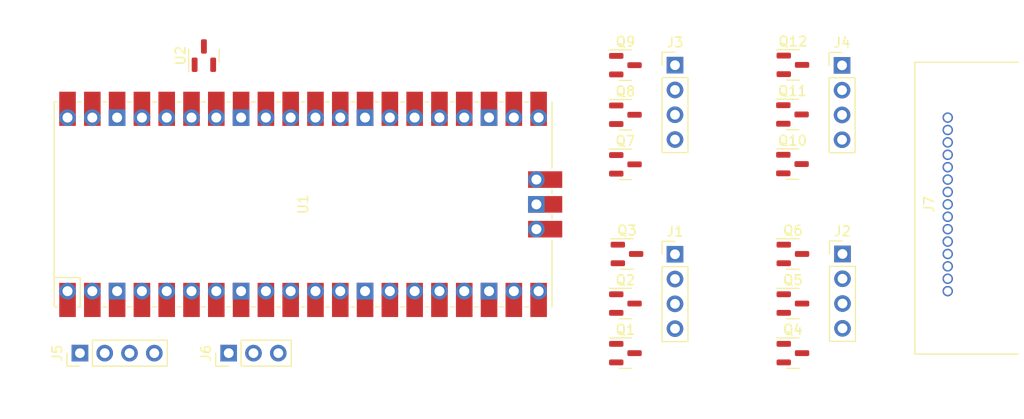
<source format=kicad_pcb>
(kicad_pcb (version 20211014) (generator pcbnew)
  (title_block (title "Pico 12VRGB Controller") (date "2023-01-20") (rev "0.1") (company "BlueKeyes") (comment 1 "https://github.com/bluekeyes/pico-12vrgb-hid-controller"))
  (layers (0 "F.Cu" signal) (31 "B.Cu" power) (34 "B.Paste" user) (35 "F.Paste" user) (36 "B.SilkS" user "B.Silkscreen") (37 "F.SilkS" user "F.Silkscreen") (38 "B.Mask" user) (39 "F.Mask" user) (44 "Edge.Cuts" user))
  (net 0 "")
  (net 1 "+12V")
  (net 2 "/L1_G")
  (net 3 "/L1_R")
  (net 4 "/L1_B")
  (net 5 "/L2_G")
  (net 6 "/L2_R")
  (net 7 "/L2_B")
  (net 8 "/L3_G")
  (net 9 "/L3_R")
  (net 10 "/L3_B")
  (net 11 "/L4_G")
  (net 12 "/L4_R")
  (net 13 "/L4_B")
  (net 14 "GND")
  (net 15 "/UART_TX")
  (net 16 "/UART_RX")
  (net 17 "/L1_PWM_B")
  (net 18 "/L1_PWM_R")
  (net 19 "/L1_PWM_G")
  (net 20 "/L2_PWM_B")
  (net 21 "/L2_PWM_R")
  (net 22 "/L2_PWM_G")
  (net 23 "/L3_PWM_B")
  (net 24 "/L3_PWM_R")
  (net 25 "/L3_PWM_G")
  (net 26 "/L4_PWM_B")
  (net 27 "/L4_PWM_R")
  (net 28 "/L4_PWM_G")
  (net 44 "/SWCLK")
  (net 45 "/SWDIO")
  (net 53 "Net-(U1-Pad35)")
  (net 54 "Net-(U1-Pad39)")
  (footprint "Package_TO_SOT_SMD:SOT-23" (layer "F.Cu") (at 86.36 60.96 90)
    (fp_text reference "U2" (at 0 -2.4 90) (layer "F.SilkS"))
    (fp_text value "LM4040C30FTA")
    (fp_line (start 0 1.56) (end -0.65 1.56) (layer "F.SilkS") (width 0.12))
    (fp_line (start 0 -1.56) (end 0.65 -1.56) (layer "F.SilkS") (width 0.12))
    (fp_line (start 0 1.56) (end 0.65 1.56) (layer "F.SilkS") (width 0.12))
    (fp_line (start 0 -1.56) (end -1.675 -1.56) (layer "F.SilkS") (width 0.12))
    (pad "1" smd roundrect (at -0.9375 -0.95 90) (size 1.475 0.6) (layers "F.Cu" "F.Paste" "F.Mask") (net 53 "Net-(U1-Pad35)"))
    (pad "2" smd roundrect (at -0.9375 0.95 90) (size 1.475 0.6) (layers "F.Cu" "F.Paste" "F.Mask") (net 14 "GND"))
    (pad "3" smd roundrect (at 0.9375 0 90) (size 1.475 0.6) (layers "F.Cu" "F.Paste" "F.Mask"))
  )
  (footprint "Package_TO_SOT_SMD:SOT-23" (layer "F.Cu") (at 129.54 72.1)
    (fp_text reference "Q7" (at 0 -2.4) (layer "F.SilkS"))
    (fp_text value "DMG2302U")
    (fp_line (start 0 1.56) (end -0.65 1.56) (layer "F.SilkS") (width 0.12))
    (fp_line (start 0 -1.56) (end 0.65 -1.56) (layer "F.SilkS") (width 0.12))
    (fp_line (start 0 1.56) (end 0.65 1.56) (layer "F.SilkS") (width 0.12))
    (fp_line (start 0 -1.56) (end -1.675 -1.56) (layer "F.SilkS") (width 0.12))
    (pad "1" smd roundrect (at -0.9375 -0.95) (size 1.475 0.6) (layers "F.Cu" "F.Paste" "F.Mask") (net 23 "/L3_PWM_B"))
    (pad "2" smd roundrect (at -0.9375 0.95) (size 1.475 0.6) (layers "F.Cu" "F.Paste" "F.Mask") (net 14 "GND"))
    (pad "3" smd roundrect (at 0.9375 0) (size 1.475 0.6) (layers "F.Cu" "F.Paste" "F.Mask") (net 10 "/L3_B"))
  )
  (footprint "Package_TO_SOT_SMD:SOT-23" (layer "F.Cu") (at 146.7 91.44)
    (fp_text reference "Q4" (at 0 -2.4) (layer "F.SilkS"))
    (fp_text value "DMG2302U")
    (fp_line (start 0 1.56) (end 0.65 1.56) (layer "F.SilkS") (width 0.12))
    (fp_line (start 0 1.56) (end -0.65 1.56) (layer "F.SilkS") (width 0.12))
    (fp_line (start 0 -1.56) (end -1.675 -1.56) (layer "F.SilkS") (width 0.12))
    (fp_line (start 0 -1.56) (end 0.65 -1.56) (layer "F.SilkS") (width 0.12))
    (pad "1" smd roundrect (at -0.9375 -0.95) (size 1.475 0.6) (layers "F.Cu" "F.Paste" "F.Mask") (net 20 "/L2_PWM_B"))
    (pad "2" smd roundrect (at -0.9375 0.95) (size 1.475 0.6) (layers "F.Cu" "F.Paste" "F.Mask") (net 14 "GND"))
    (pad "3" smd roundrect (at 0.9375 0) (size 1.475 0.6) (layers "F.Cu" "F.Paste" "F.Mask") (net 7 "/L2_B"))
  )
  (footprint "Connector_PinHeader_2.54mm:PinHeader_1x04_P2.54mm_Vertical" (layer "F.Cu") (at 151.735 61.96)
    (fp_text reference "J4" (at 0 -2.33) (layer "F.SilkS"))
    (fp_text value "Conn_01x04_RGB")
    (fp_line (start -1.33 8.95) (end 1.33 8.95) (layer "F.SilkS") (width 0.12))
    (fp_line (start -1.33 0) (end -1.33 -1.33) (layer "F.SilkS") (width 0.12))
    (fp_line (start 1.33 1.27) (end 1.33 8.95) (layer "F.SilkS") (width 0.12))
    (fp_line (start -1.33 1.27) (end -1.33 8.95) (layer "F.SilkS") (width 0.12))
    (fp_line (start -1.33 -1.33) (end 0 -1.33) (layer "F.SilkS") (width 0.12))
    (fp_line (start -1.33 1.27) (end 1.33 1.27) (layer "F.SilkS") (width 0.12))
    (pad "1" thru_hole rect (at 0 0) (size 1.7 1.7) (drill 1) (layers *.Cu *.Mask) (net 1 "+12V"))
    (pad "2" thru_hole oval (at 0 2.54) (size 1.7 1.7) (drill 1) (layers *.Cu *.Mask) (net 11 "/L4_G"))
    (pad "3" thru_hole oval (at 0 5.08) (size 1.7 1.7) (drill 1) (layers *.Cu *.Mask) (net 12 "/L4_R"))
    (pad "4" thru_hole oval (at 0 7.62) (size 1.7 1.7) (drill 1) (layers *.Cu *.Mask) (net 13 "/L4_B"))
  )
  (footprint "Connector_PinHeader_2.54mm:PinHeader_1x04_P2.54mm_Vertical" (layer "F.Cu") (at 134.62 61.94)
    (fp_text reference "J3" (at 0 -2.33) (layer "F.SilkS"))
    (fp_text value "Conn_01x04_RGB")
    (fp_line (start -1.33 1.27) (end -1.33 8.95) (layer "F.SilkS") (width 0.12))
    (fp_line (start -1.33 1.27) (end 1.33 1.27) (layer "F.SilkS") (width 0.12))
    (fp_line (start -1.33 0) (end -1.33 -1.33) (layer "F.SilkS") (width 0.12))
    (fp_line (start -1.33 8.95) (end 1.33 8.95) (layer "F.SilkS") (width 0.12))
    (fp_line (start -1.33 -1.33) (end 0 -1.33) (layer "F.SilkS") (width 0.12))
    (fp_line (start 1.33 1.27) (end 1.33 8.95) (layer "F.SilkS") (width 0.12))
    (pad "1" thru_hole rect (at 0 0) (size 1.7 1.7) (drill 1) (layers *.Cu *.Mask) (net 1 "+12V"))
    (pad "2" thru_hole oval (at 0 2.54) (size 1.7 1.7) (drill 1) (layers *.Cu *.Mask) (net 8 "/L3_G"))
    (pad "3" thru_hole oval (at 0 5.08) (size 1.7 1.7) (drill 1) (layers *.Cu *.Mask) (net 9 "/L3_R"))
    (pad "4" thru_hole oval (at 0 7.62) (size 1.7 1.7) (drill 1) (layers *.Cu *.Mask) (net 10 "/L3_B"))
  )
  (footprint "Package_TO_SOT_SMD:SOT-23" (layer "F.Cu") (at 146.7 81.28)
    (fp_text reference "Q6" (at 0 -2.4) (layer "F.SilkS"))
    (fp_text value "DMG2302U")
    (fp_line (start 0 1.56) (end 0.65 1.56) (layer "F.SilkS") (width 0.12))
    (fp_line (start 0 -1.56) (end 0.65 -1.56) (layer "F.SilkS") (width 0.12))
    (fp_line (start 0 1.56) (end -0.65 1.56) (layer "F.SilkS") (width 0.12))
    (fp_line (start 0 -1.56) (end -1.675 -1.56) (layer "F.SilkS") (width 0.12))
    (pad "1" smd roundrect (at -0.9375 -0.95) (size 1.475 0.6) (layers "F.Cu" "F.Paste" "F.Mask") (net 22 "/L2_PWM_G"))
    (pad "2" smd roundrect (at -0.9375 0.95) (size 1.475 0.6) (layers "F.Cu" "F.Paste" "F.Mask") (net 14 "GND"))
    (pad "3" smd roundrect (at 0.9375 0) (size 1.475 0.6) (layers "F.Cu" "F.Paste" "F.Mask") (net 5 "/L2_G"))
  )
  (footprint "Connector_PinHeader_2.54mm:PinHeader_1x04_P2.54mm_Vertical" (layer "F.Cu") (at 151.78 81.28)
    (fp_text reference "J2" (at 0 -2.33) (layer "F.SilkS"))
    (fp_text value "Conn_01x04_RGB")
    (fp_line (start -1.33 1.27) (end -1.33 8.95) (layer "F.SilkS") (width 0.12))
    (fp_line (start -1.33 0) (end -1.33 -1.33) (layer "F.SilkS") (width 0.12))
    (fp_line (start -1.33 1.27) (end 1.33 1.27) (layer "F.SilkS") (width 0.12))
    (fp_line (start -1.33 -1.33) (end 0 -1.33) (layer "F.SilkS") (width 0.12))
    (fp_line (start -1.33 8.95) (end 1.33 8.95) (layer "F.SilkS") (width 0.12))
    (fp_line (start 1.33 1.27) (end 1.33 8.95) (layer "F.SilkS") (width 0.12))
    (pad "1" thru_hole rect (at 0 0) (size 1.7 1.7) (drill 1) (layers *.Cu *.Mask) (net 1 "+12V"))
    (pad "2" thru_hole oval (at 0 2.54) (size 1.7 1.7) (drill 1) (layers *.Cu *.Mask) (net 5 "/L2_G"))
    (pad "3" thru_hole oval (at 0 5.08) (size 1.7 1.7) (drill 1) (layers *.Cu *.Mask) (net 6 "/L2_R"))
    (pad "4" thru_hole oval (at 0 7.62) (size 1.7 1.7) (drill 1) (layers *.Cu *.Mask) (net 7 "/L2_B"))
  )
  (footprint "Package_TO_SOT_SMD:SOT-23" (layer "F.Cu") (at 146.7 86.36)
    (fp_text reference "Q5" (at 0 -2.4) (layer "F.SilkS"))
    (fp_text value "DMG2302U")
    (fp_line (start 0 -1.56) (end 0.65 -1.56) (layer "F.SilkS") (width 0.12))
    (fp_line (start 0 1.56) (end 0.65 1.56) (layer "F.SilkS") (width 0.12))
    (fp_line (start 0 -1.56) (end -1.675 -1.56) (layer "F.SilkS") (width 0.12))
    (fp_line (start 0 1.56) (end -0.65 1.56) (layer "F.SilkS") (width 0.12))
    (pad "1" smd roundrect (at -0.9375 -0.95) (size 1.475 0.6) (layers "F.Cu" "F.Paste" "F.Mask") (net 21 "/L2_PWM_R"))
    (pad "2" smd roundrect (at -0.9375 0.95) (size 1.475 0.6) (layers "F.Cu" "F.Paste" "F.Mask") (net 14 "GND"))
    (pad "3" smd roundrect (at 0.9375 0) (size 1.475 0.6) (layers "F.Cu" "F.Paste" "F.Mask") (net 6 "/L2_R"))
  )
  (footprint "Package_TO_SOT_SMD:SOT-23" (layer "F.Cu") (at 129.54 91.44)
    (fp_text reference "Q1" (at 0 -2.4) (layer "F.SilkS"))
    (fp_text value "DMG2302U")
    (fp_line (start 0 -1.56) (end -1.675 -1.56) (layer "F.SilkS") (width 0.12))
    (fp_line (start 0 1.56) (end -0.65 1.56) (layer "F.SilkS") (width 0.12))
    (fp_line (start 0 -1.56) (end 0.65 -1.56) (layer "F.SilkS") (width 0.12))
    (fp_line (start 0 1.56) (end 0.65 1.56) (layer "F.SilkS") (width 0.12))
    (pad "1" smd roundrect (at -0.9375 -0.95) (size 1.475 0.6) (layers "F.Cu" "F.Paste" "F.Mask") (net 17 "/L1_PWM_B"))
    (pad "2" smd roundrect (at -0.9375 0.95) (size 1.475 0.6) (layers "F.Cu" "F.Paste" "F.Mask") (net 14 "GND"))
    (pad "3" smd roundrect (at 0.9375 0) (size 1.475 0.6) (layers "F.Cu" "F.Paste" "F.Mask") (net 4 "/L1_B"))
  )
  (footprint "Connector_PinHeader_2.54mm:PinHeader_1x03_P2.54mm_Vertical" (layer "F.Cu") (at 88.9 91.44 90)
    (fp_text reference "J6" (at 0 -2.33 90) (layer "F.SilkS"))
    (fp_text value "Conn_01x03_Male")
    (fp_line (start -1.33 -1.33) (end 0 -1.33) (layer "F.SilkS") (width 0.12))
    (fp_line (start -1.33 1.27) (end -1.33 6.41) (layer "F.SilkS") (width 0.12))
    (fp_line (start 1.33 1.27) (end 1.33 6.41) (layer "F.SilkS") (width 0.12))
    (fp_line (start -1.33 6.41) (end 1.33 6.41) (layer "F.SilkS") (width 0.12))
    (fp_line (start -1.33 0) (end -1.33 -1.33) (layer "F.SilkS") (width 0.12))
    (fp_line (start -1.33 1.27) (end 1.33 1.27) (layer "F.SilkS") (width 0.12))
    (pad "1" thru_hole rect (at 0 0 90) (size 1.7 1.7) (drill 1) (layers *.Cu *.Mask) (net 44 "/SWCLK"))
    (pad "2" thru_hole oval (at 0 2.54 90) (size 1.7 1.7) (drill 1) (layers *.Cu *.Mask) (net 14 "GND"))
    (pad "3" thru_hole oval (at 0 5.08 90) (size 1.7 1.7) (drill 1) (layers *.Cu *.Mask) (net 45 "/SWDIO"))
  )
  (footprint "Connector_PinHeader_2.54mm:PinHeader_1x04_P2.54mm_Vertical" (layer "F.Cu") (at 73.66 91.44 90)
    (fp_text reference "J5" (at 0 -2.33 90) (layer "F.SilkS"))
    (fp_text value "Conn_01x04_Male")
    (fp_line (start -1.33 -1.33) (end 0 -1.33) (layer "F.SilkS") (width 0.12))
    (fp_line (start -1.33 0) (end -1.33 -1.33) (layer "F.SilkS") (width 0.12))
    (fp_line (start -1.33 1.27) (end 1.33 1.27) (layer "F.SilkS") (width 0.12))
    (fp_line (start -1.33 1.27) (end -1.33 8.95) (layer "F.SilkS") (width 0.12))
    (fp_line (start 1.33 1.27) (end 1.33 8.95) (layer "F.SilkS") (width 0.12))
    (fp_line (start -1.33 8.95) (end 1.33 8.95) (layer "F.SilkS") (width 0.12))
    (pad "1" thru_hole rect (at 0 0 90) (size 1.7 1.7) (drill 1) (layers *.Cu *.Mask) (net 14 "GND"))
    (pad "2" thru_hole oval (at 0 2.54 90) (size 1.7 1.7) (drill 1) (layers *.Cu *.Mask) (net 16 "/UART_RX"))
    (pad "3" thru_hole oval (at 0 5.08 90) (size 1.7 1.7) (drill 1) (layers *.Cu *.Mask) (net 15 "/UART_TX"))
    (pad "4" thru_hole oval (at 0 7.62 90) (size 1.7 1.7) (drill 1) (layers *.Cu *.Mask))
  )
  (footprint "Package_TO_SOT_SMD:SOT-23" (layer "F.Cu") (at 129.54 67.02)
    (fp_text reference "Q8" (at 0 -2.4) (layer "F.SilkS"))
    (fp_text value "DMG2302U")
    (fp_line (start 0 1.56) (end 0.65 1.56) (layer "F.SilkS") (width 0.12))
    (fp_line (start 0 1.56) (end -0.65 1.56) (layer "F.SilkS") (width 0.12))
    (fp_line (start 0 -1.56) (end -1.675 -1.56) (layer "F.SilkS") (width 0.12))
    (fp_line (start 0 -1.56) (end 0.65 -1.56) (layer "F.SilkS") (width 0.12))
    (pad "1" smd roundrect (at -0.9375 -0.95) (size 1.475 0.6) (layers "F.Cu" "F.Paste" "F.Mask") (net 24 "/L3_PWM_R"))
    (pad "2" smd roundrect (at -0.9375 0.95) (size 1.475 0.6) (layers "F.Cu" "F.Paste" "F.Mask") (net 14 "GND"))
    (pad "3" smd roundrect (at 0.9375 0) (size 1.475 0.6) (layers "F.Cu" "F.Paste" "F.Mask") (net 9 "/L3_R"))
  )
  (footprint "Package_TO_SOT_SMD:SOT-23" (layer "F.Cu") (at 129.7025 81.28)
    (fp_text reference "Q3" (at 0 -2.4) (layer "F.SilkS"))
    (fp_text value "DMG2302U")
    (fp_line (start 0 1.56) (end 0.65 1.56) (layer "F.SilkS") (width 0.12))
    (fp_line (start 0 1.56) (end -0.65 1.56) (layer "F.SilkS") (width 0.12))
    (fp_line (start 0 -1.56) (end -1.675 -1.56) (layer "F.SilkS") (width 0.12))
    (fp_line (start 0 -1.56) (end 0.65 -1.56) (layer "F.SilkS") (width 0.12))
    (pad "1" smd roundrect (at -0.9375 -0.95) (size 1.475 0.6) (layers "F.Cu" "F.Paste" "F.Mask") (net 19 "/L1_PWM_G"))
    (pad "2" smd roundrect (at -0.9375 0.95) (size 1.475 0.6) (layers "F.Cu" "F.Paste" "F.Mask") (net 14 "GND"))
    (pad "3" smd roundrect (at 0.9375 0) (size 1.475 0.6) (layers "F.Cu" "F.Paste" "F.Mask") (net 2 "/L1_G"))
  )
  (footprint "Connector_PinHeader_2.54mm:PinHeader_1x04_P2.54mm_Vertical" (layer "F.Cu") (at 134.62 81.31)
    (fp_text reference "J1" (at 0 -2.33) (layer "F.SilkS"))
    (fp_text value "Conn_01x04_RGB")
    (fp_line (start -1.33 8.95) (end 1.33 8.95) (layer "F.SilkS") (width 0.12))
    (fp_line (start 1.33 1.27) (end 1.33 8.95) (layer "F.SilkS") (width 0.12))
    (fp_line (start -1.33 -1.33) (end 0 -1.33) (layer "F.SilkS") (width 0.12))
    (fp_line (start -1.33 0) (end -1.33 -1.33) (layer "F.SilkS") (width 0.12))
    (fp_line (start -1.33 1.27) (end 1.33 1.27) (layer "F.SilkS") (width 0.12))
    (fp_line (start -1.33 1.27) (end -1.33 8.95) (layer "F.SilkS") (width 0.12))
    (pad "1" thru_hole rect (at 0 0) (size 1.7 1.7) (drill 1) (layers *.Cu *.Mask) (net 1 "+12V"))
    (pad "2" thru_hole oval (at 0 2.54) (size 1.7 1.7) (drill 1) (layers *.Cu *.Mask) (net 2 "/L1_G"))
    (pad "3" thru_hole oval (at 0 5.08) (size 1.7 1.7) (drill 1) (layers *.Cu *.Mask) (net 3 "/L1_R"))
    (pad "4" thru_hole oval (at 0 7.62) (size 1.7 1.7) (drill 1) (layers *.Cu *.Mask) (net 4 "/L1_B"))
  )
  (footprint "Package_TO_SOT_SMD:SOT-23" (layer "F.Cu") (at 146.655 66.99)
    (fp_text reference "Q11" (at 0 -2.4) (layer "F.SilkS"))
    (fp_text value "DMG2302U")
    (fp_line (start 0 1.56) (end 0.65 1.56) (layer "F.SilkS") (width 0.12))
    (fp_line (start 0 1.56) (end -0.65 1.56) (layer "F.SilkS") (width 0.12))
    (fp_line (start 0 -1.56) (end -1.675 -1.56) (layer "F.SilkS") (width 0.12))
    (fp_line (start 0 -1.56) (end 0.65 -1.56) (layer "F.SilkS") (width 0.12))
    (pad "1" smd roundrect (at -0.9375 -0.95) (size 1.475 0.6) (layers "F.Cu" "F.Paste" "F.Mask") (net 27 "/L4_PWM_R"))
    (pad "2" smd roundrect (at -0.9375 0.95) (size 1.475 0.6) (layers "F.Cu" "F.Paste" "F.Mask") (net 14 "GND"))
    (pad "3" smd roundrect (at 0.9375 0) (size 1.475 0.6) (layers "F.Cu" "F.Paste" "F.Mask") (net 12 "/L4_R"))
  )
  (footprint "Package_TO_SOT_SMD:SOT-23" (layer "F.Cu") (at 146.655 72.07)
    (fp_text reference "Q10" (at 0 -2.4) (layer "F.SilkS"))
    (fp_text value "DMG2302U")
    (fp_line (start 0 -1.56) (end -1.675 -1.56) (layer "F.SilkS") (width 0.12))
    (fp_line (start 0 1.56) (end 0.65 1.56) (layer "F.SilkS") (width 0.12))
    (fp_line (start 0 1.56) (end -0.65 1.56) (layer "F.SilkS") (width 0.12))
    (fp_line (start 0 -1.56) (end 0.65 -1.56) (layer "F.SilkS") (width 0.12))
    (pad "1" smd roundrect (at -0.9375 -0.95) (size 1.475 0.6) (layers "F.Cu" "F.Paste" "F.Mask") (net 26 "/L4_PWM_B"))
    (pad "2" smd roundrect (at -0.9375 0.95) (size 1.475 0.6) (layers "F.Cu" "F.Paste" "F.Mask") (net 14 "GND"))
    (pad "3" smd roundrect (at 0.9375 0) (size 1.475 0.6) (layers "F.Cu" "F.Paste" "F.Mask") (net 13 "/L4_B"))
  )
  (footprint "Package_TO_SOT_SMD:SOT-23" (layer "F.Cu") (at 146.7 61.91)
    (fp_text reference "Q12" (at 0 -2.4) (layer "F.SilkS"))
    (fp_text value "DMG2302U")
    (fp_line (start 0 -1.56) (end -1.675 -1.56) (layer "F.SilkS") (width 0.12))
    (fp_line (start 0 1.56) (end -0.65 1.56) (layer "F.SilkS") (width 0.12))
    (fp_line (start 0 -1.56) (end 0.65 -1.56) (layer "F.SilkS") (width 0.12))
    (fp_line (start 0 1.56) (end 0.65 1.56) (layer "F.SilkS") (width 0.12))
    (pad "1" smd roundrect (at -0.9375 -0.95) (size 1.475 0.6) (layers "F.Cu" "F.Paste" "F.Mask") (net 28 "/L4_PWM_G"))
    (pad "2" smd roundrect (at -0.9375 0.95) (size 1.475 0.6) (layers "F.Cu" "F.Paste" "F.Mask") (net 14 "GND"))
    (pad "3" smd roundrect (at 0.9375 0) (size 1.475 0.6) (layers "F.Cu" "F.Paste" "F.Mask") (net 11 "/L4_G"))
  )
  (footprint "pico_12vrgb_controller:ModDIY_SATA_15pin_RightAngle_Header" (layer "F.Cu") (at 162.56 76.2 90)
    (fp_text reference "J7" (at 0 -1.905 90 unlocked) (layer "F.SilkS"))
    (fp_text value "Sata_15pin_Power")
    (fp_line (start -15.34 -3.37) (end 14.56 -3.37) (layer "F.SilkS") (width 0.12))
    (fp_line (start 14.56 -3.37) (end 14.56 7.22) (layer "F.SilkS") (width 0.12))
    (fp_line (start -15.34 7.22) (end -15.34 -3.37) (layer "F.SilkS") (width 0.12))
    (pad "" np_thru_hole circle (at 13.01 7.22 90) (size 1.2 1.2) (drill 1.2) (layers F&B.Cu))
    (pad "" np_thru_hole circle (at -13.79 7.22 90) (size 1.2 1.2) (drill 1.2) (layers F&B.Cu))
    (pad "1" thru_hole circle (at -8.89 0 90) (size 1.0668 1.0668) (drill 0.762) (layers *.Cu *.Mask))
    (pad "2" thru_hole circle (at -7.62 0 90) (size 1.0668 1.0668) (drill 0.762) (layers *.Cu *.Mask))
    (pad "3" thru_hole circle (at -6.35 0 90) (size 1.0668 1.0668) (drill 0.762) (layers *.Cu *.Mask))
    (pad "4" thru_hole circle (at -5.08 0 90) (size 1.0668 1.0668) (drill 0.762) (layers *.Cu *.Mask) (net 14 "GND"))
    (pad "5" thru_hole circle (at -3.81 0 90) (size 1.0668 1.0668) (drill 0.762) (layers *.Cu *.Mask) (net 14 "GND"))
    (pad "6" thru_hole circle (at -2.54 0 90) (size 1.0668 1.0668) (drill 0.762) (layers *.Cu *.Mask) (net 14 "GND"))
    (pad "7" thru_hole circle (at -1.27 0 90) (size 1.0668 1.0668) (drill 0.762) (layers *.Cu *.Mask))
    (pad "8" thru_hole circle (at 0 0 90) (size 1.0668 1.0668) (drill 0.762) (layers *.Cu *.Mask))
    (pad "9" thru_hole circle (at 1.27 0 90) (size 1.0668 1.0668) (drill 0.762) (layers *.Cu *.Mask))
    (pad "10" thru_hole circle (at 2.54 0 90) (size 1.0668 1.0668) (drill 0.762) (layers *.Cu *.Mask) (net 14 "GND"))
    (pad "11" thru_hole circle (at 3.81 0 90) (size 1.0668 1.0668) (drill 0.762) (layers *.Cu *.Mask) (net 14 "GND"))
    (pad "12" thru_hole circle (at 5.08 0 90) (size 1.0668 1.0668) (drill 0.762) (layers *.Cu *.Mask) (net 14 "GND"))
    (pad "13" thru_hole circle (at 6.35 0 90) (size 1.0668 1.0668) (drill 0.762) (layers *.Cu *.Mask) (net 1 "+12V"))
    (pad "14" thru_hole circle (at 7.62 0 90) (size 1.0668 1.0668) (drill 0.762) (layers *.Cu *.Mask) (net 1 "+12V"))
    (pad "15" thru_hole circle (at 8.89 0 90) (size 1.0668 1.0668) (drill 0.762) (layers *.Cu *.Mask) (net 1 "+12V"))
  )
  (footprint "Package_TO_SOT_SMD:SOT-23" (layer "F.Cu") (at 129.54 61.94)
    (fp_text reference "Q9" (at 0 -2.4) (layer "F.SilkS"))
    (fp_text value "DMG2302U")
    (fp_line (start 0 1.56) (end -0.65 1.56) (layer "F.SilkS") (width 0.12))
    (fp_line (start 0 1.56) (end 0.65 1.56) (layer "F.SilkS") (width 0.12))
    (fp_line (start 0 -1.56) (end -1.675 -1.56) (layer "F.SilkS") (width 0.12))
    (fp_line (start 0 -1.56) (end 0.65 -1.56) (layer "F.SilkS") (width 0.12))
    (pad "1" smd roundrect (at -0.9375 -0.95) (size 1.475 0.6) (layers "F.Cu" "F.Paste" "F.Mask") (net 25 "/L3_PWM_G"))
    (pad "2" smd roundrect (at -0.9375 0.95) (size 1.475 0.6) (layers "F.Cu" "F.Paste" "F.Mask") (net 14 "GND"))
    (pad "3" smd roundrect (at 0.9375 0) (size 1.475 0.6) (layers "F.Cu" "F.Paste" "F.Mask") (net 8 "/L3_G"))
  )
  (footprint "pico_12vrgb_controller:RPi_Pico_SMD" (layer "F.Cu") (at 96.52 76.2 90)
    (fp_text reference "U1" (at 0 0 90) (layer "F.SilkS"))
    (fp_text value "Raspberry_Pi_Pico")
    (fp_line (start 10.5 -23.1) (end 10.5 -22.7) (layer "F.SilkS") (width 0.12))
    (fp_line (start -10.5 17.6) (end -10.5 18) (layer "F.SilkS") (width 0.12))
    (fp_line (start -10.5 -7.8) (end -10.5 -7.4) (layer "F.SilkS") (width 0.12))
    (fp_line (start 10.5 22.7) (end 10.5 23.1) (layer "F.SilkS") (width 0.12))
    (fp_line (start -10.5 -0.2) (end -10.5 0.2) (layer "F.SilkS") (width 0.12))
    (fp_line (start 10.5 -0.2) (end 10.5 0.2) (layer "F.SilkS") (width 0.12))
    (fp_line (start -10.5 22.7) (end -10.5 23.1) (layer "F.SilkS") (width 0.12))
    (fp_line (start 10.5 4.9) (end 10.5 5.3) (layer "F.SilkS") (width 0.12))
    (fp_line (start -10.5 -25.5) (end 10.5 -25.5) (layer "F.SilkS") (width 0.12))
    (fp_line (start 10.5 -12.9) (end 10.5 -12.5) (layer "F.SilkS") (width 0.12))
    (fp_line (start 10.5 20.1) (end 10.5 20.5) (layer "F.SilkS") (width 0.12))
    (fp_line (start -1.5 25.5) (end -1.1 25.5) (layer "F.SilkS") (width 0.12))
    (fp_line (start -10.5 -5.3) (end -10.5 -4.9) (layer "F.SilkS") (width 0.12))
    (fp_line (start -10.5 -18) (end -10.5 -17.6) (layer "F.SilkS") (width 0.12))
    (fp_line (start 10.5 12.5) (end 10.5 12.9) (layer "F.SilkS") (width 0.12))
    (fp_line (start -10.5 -12.9) (end -10.5 -12.5) (layer "F.SilkS") (width 0.12))
    (fp_line (start 10.5 17.6) (end 10.5 18) (layer "F.SilkS") (width 0.12))
    (fp_line (start 10.5 25.5) (end 3.7 25.5) (layer "F.SilkS") (width 0.12))
    (fp_line (start 10.5 -10.4) (end 10.5 -10) (layer "F.SilkS") (width 0.12))
    (fp_line (start 10.5 15.1) (end 10.5 15.5) (layer "F.SilkS") (width 0.12))
    (fp_line (start 10.5 -7.8) (end 10.5 -7.4) (layer "F.SilkS") (width 0.12))
    (fp_line (start -10.5 -2.7) (end -10.5 -2.3) (layer "F.SilkS") (width 0.12))
    (fp_line (start 10.5 2.3) (end 10.5 2.7) (layer "F.SilkS") (width 0.12))
    (fp_line (start -10.5 7.4) (end -10.5 7.8) (layer "F.SilkS") (width 0.12))
    (fp_line (start -10.5 -23.1) (end -10.5 -22.7) (layer "F.SilkS") (width 0.12))
    (fp_line (start 10.5 -2.7) (end 10.5 -2.3) (layer "F.SilkS") (width 0.12))
    (fp_line (start -10.5 -20.5) (end -10.5 -20.1) (layer "F.SilkS") (width 0.12))
    (fp_line (start 10.5 -20.5) (end 10.5 -20.1) (layer "F.SilkS") (width 0.12))
    (fp_line (start 10.5 10) (end 10.5 10.4) (layer "F.SilkS") (width 0.12))
    (fp_line (start -10.5 -22.833) (end -7.493 -22.833) (layer "F.SilkS") (width 0.12))
    (fp_line (start -10.5 10) (end -10.5 10.4) (layer "F.SilkS") (width 0.12))
    (fp_line (start -10.5 -10.4) (end -10.5 -10) (layer "F.SilkS") (width 0.12))
    (fp_line (start 10.5 -5.3) (end 10.5 -4.9) (layer "F.SilkS") (width 0.12))
    (fp_line (start 1.1 25.5) (end 1.5 25.5) (layer "F.SilkS") (width 0.12))
    (fp_line (start 10.5 -25.5) (end 10.5 -25.2) (layer "F.SilkS") (width 0.12))
    (fp_line (start -10.5 20.1) (end -10.5 20.5) (layer "F.SilkS") (width 0.12))
    (fp_line (start -10.5 -15.4) (end -10.5 -15) (layer "F.SilkS") (width 0.12))
    (fp_line (start -3.7 25.5) (end -10.5 25.5) (layer "F.SilkS") (width 0.12))
    (fp_line (start 10.5 7.4) (end 10.5 7.8) (layer "F.SilkS") (width 0.12))
    (fp_line (start 10.5 -15.4) (end 10.5 -15) (layer "F.SilkS") (width 0.12))
    (fp_line (start -10.5 12.5) (end -10.5 12.9) (layer "F.SilkS") (width 0.12))
    (fp_line (start -10.5 2.3) (end -10.5 2.7) (layer "F.SilkS") (width 0.12))
    (fp_line (start -10.5 15.1) (end -10.5 15.5) (layer "F.SilkS") (width 0.12))
    (fp_line (start 10.5 -18) (end 10.5 -17.6) (layer "F.SilkS") (width 0.12))
    (fp_line (start -10.5 4.9) (end -10.5 5.3) (layer "F.SilkS") (width 0.12))
    (fp_line (start -10.5 -25.5) (end -10.5 -25.2) (layer "F.SilkS") (width 0.12))
    (fp_line (start -7.493 -22.833) (end -7.493 -25.5) (layer "F.SilkS") (width 0.12))
    (pad "" np_thru_hole oval (at -2.425 -20.97 90) (size 1.5 1.5) (drill 1.5) (layers *.Cu *.Mask))
    (pad "" np_thru_hole oval (at 2.425 -20.97 90) (size 1.5 1.5) (drill 1.5) (layers *.Cu *.Mask))
    (pad "" np_thru_hole oval (at -2.725 -24 90) (size 1.8 1.8) (drill 1.8) (layers *.Cu *.Mask))
    (pad "" np_thru_hole oval (at 2.725 -24 90) (size 1.8 1.8) (drill 1.8) (layers *.Cu *.Mask))
    (pad "1" thru_hole oval (at -8.89 -24.13 90) (size 1.7 1.7) (drill 1.02) (layers *.Cu *.Mask) (net 15 "/UART_TX"))
    (pad "1" smd rect (at -8.89 -24.13 90) (size 3.5 1.7) (drill (offset -0.9 0)) (layers "F.Cu" "F.Mask") (net 15 "/UART_TX"))
    (pad "2" smd rect (at -8.89 -21.59 90) (size 3.5 1.7) (drill (offset -0.9 0)) (layers "F.Cu" "F.Mask") (net 16 "/UART_RX"))
    (pad "2" thru_hole oval (at -8.89 -21.59 90) (size 1.7 1.7) (drill 1.02) (layers *.Cu *.Mask) (net 16 "/UART_RX"))
    (pad "3" smd rect (at -8.89 -19.05 90) (size 3.5 1.7) (drill (offset -0.9 0)) (layers "F.Cu" "F.Mask") (net 14 "GND"))
    (pad "3" thru_hole rect (at -8.89 -19.05 90) (size 1.7 1.7) (drill 1.02) (layers *.Cu *.Mask) (net 14 "GND"))
    (pad "4" thru_hole oval (at -8.89 -16.51 90) (size 1.7 1.7) (drill 1.02) (layers *.Cu *.Mask))
    (pad "4" smd rect (at -8.89 -16.51 90) (size 3.5 1.7) (drill (offset -0.9 0)) (layers "F.Cu" "F.Mask"))
    (pad "5" thru_hole oval (at -8.89 -13.97 90) (size 1.7 1.7) (drill 1.02) (layers *.Cu *.Mask))
    (pad "5" smd rect (at -8.89 -13.97 90) (size 3.5 1.7) (drill (offset -0.9 0)) (layers "F.Cu" "F.Mask"))
    (pad "6" smd rect (at -8.89 -11.43 90) (size 3.5 1.7) (drill (offset -0.9 0)) (layers "F.Cu" "F.Mask"))
    (pad "6" thru_hole oval (at -8.89 -11.43 90) (size 1.7 1.7) (drill 1.02) (layers *.Cu *.Mask))
    (pad "7" smd rect (at -8.89 -8.89 90) (size 3.5 1.7) (drill (offset -0.9 0)) (layers "F.Cu" "F.Mask"))
    (pad "7" thru_hole oval (at -8.89 -8.89 90) (size 1.7 1.7) (drill 1.02) (layers *.Cu *.Mask))
    (pad "8" smd rect (at -8.89 -6.35 90) (size 3.5 1.7) (drill (offset -0.9 0)) (layers "F.Cu" "F.Mask") (net 14 "GND"))
    (pad "8" thru_hole rect (at -8.89 -6.35 90) (size 1.7 1.7) (drill 1.02) (layers *.Cu *.Mask) (net 14 "GND"))
    (pad "9" thru_hole oval (at -8.89 -3.81 90) (size 1.7 1.7) (drill 1.02) (layers *.Cu *.Mask) (net 18 "/L1_PWM_R"))
    (pad "9" smd rect (at -8.89 -3.81 90) (size 3.5 1.7) (drill (offset -0.9 0)) (layers "F.Cu" "F.Mask") (net 18 "/L1_PWM_R"))
    (pad "10" smd rect (at -8.89 -1.27 90) (size 3.5 1.7) (drill (offset -0.9 0)) (layers "F.Cu" "F.Mask") (net 19 "/L1_PWM_G"))
    (pad "10" thru_hole oval (at -8.89 -1.27 90) (size 1.7 1.7) (drill 1.02) (layers *.Cu *.Mask) (net 19 "/L1_PWM_G"))
    (pad "11" smd rect (at -8.89 1.27 90) (size 3.5 1.7) (drill (offset -0.9 0)) (layers "F.Cu" "F.Mask") (net 17 "/L1_PWM_B"))
    (pad "11" thru_hole oval (at -8.89 1.27 90) (size 1.7 1.7) (drill 1.02) (layers *.Cu *.Mask) (net 17 "/L1_PWM_B"))
    (pad "12" smd rect (at -8.89 3.81 90) (size 3.5 1.7) (drill (offset -0.9 0)) (layers "F.Cu" "F.Mask") (net 21 "/L2_PWM_R"))
    (pad "12" thru_hole oval (at -8.89 3.81 90) (size 1.7 1.7) (drill 1.02) (layers *.Cu *.Mask) (net 21 "/L2_PWM_R"))
    (pad "13" thru_hole rect (at -8.89 6.35 90) (size 1.7 1.7) (drill 1.02) (layers *.Cu *.Mask) (net 14 "GND"))
    (pad "13" smd rect (at -8.89 6.35 90) (size 3.5 1.7) (drill (offset -0.9 0)) (layers "F.Cu" "F.Mask") (net 14 "GND"))
    (pad "14" thru_hole oval (at -8.89 8.89 90) (size 1.7 1.7) (drill 1.02) (layers *.Cu *.Mask) (net 22 "/L2_PWM_G"))
    (pad "14" smd rect (at -8.89 8.89 90) (size 3.5 1.7) (drill (offset -0.9 0)) (layers "F.Cu" "F.Mask") (net 22 "/L2_PWM_G"))
    (pad "15" smd rect (at -8.89 11.43 90) (size 3.5 1.7) (drill (offset -0.9 0)) (layers "F.Cu" "F.Mask") (net 20 "/L2_PWM_B"))
    (pad "15" thru_hole oval (at -8.89 11.43 90) (size 1.7 1.7) (drill 1.02) (layers *.Cu *.Mask) (net 20 "/L2_PWM_B"))
    (pad "16" smd rect (at -8.89 13.97 90) (size 3.5 1.7) (drill (offset -0.9 0)) (layers "F.Cu" "F.Mask"))
    (pad "16" thru_hole oval (at -8.89 13.97 90) (size 1.7 1.7) (drill 1.02) (layers *.Cu *.Mask))
    (pad "17" smd rect (at -8.89 16.51 90) (size 3.5 1.7) (drill (offset -0.9 0)) (layers "F.Cu" "F.Mask"))
    (pad "17" thru_hole oval (at -8.89 16.51 90) (size 1.7 1.7) (drill 1.02) (layers *.Cu *.Mask))
    (pad "18" thru_hole rect (at -8.89 19.05 90) (size 1.7 1.7) (drill 1.02) (layers *.Cu *.Mask) (net 14 "GND"))
    (pad "18" smd rect (at -8.89 19.05 90) (size 3.5 1.7) (drill (offset -0.9 0)) (layers "F.Cu" "F.Mask") (net 14 "GND"))
    (pad "19" thru_hole oval (at -8.89 21.59 90) (size 1.7 1.7) (drill 1.02) (layers *.Cu *.Mask))
    (pad "19" smd rect (at -8.89 21.59 90) (size 3.5 1.7) (drill (offset -0.9 0)) (layers "F.Cu" "F.Mask"))
    (pad "20" smd rect (at -8.89 24.13 90) (size 3.5 1.7) (drill (offset -0.9 0)) (layers "F.Cu" "F.Mask"))
    (pad "20" thru_hole oval (at -8.89 24.13 90) (size 1.7 1.7) (drill 1.02) (layers *.Cu *.Mask))
    (pad "21" smd rect (at 8.89 24.13 90) (size 3.5 1.7) (drill (offset 0.9 0)) (layers "F.Cu" "F.Mask") (net 24 "/L3_PWM_R"))
    (pad "21" thru_hole oval (at 8.89 24.13 90) (size 1.7 1.7) (drill 1.02) (layers *.Cu *.Mask) (net 24 "/L3_PWM_R"))
    (pad "22" thru_hole oval (at 8.89 21.59 90) (size 1.7 1.7) (drill 1.02) (layers *.Cu *.Mask) (net 25 "/L3_PWM_G"))
    (pad "22" smd rect (at 8.89 21.59 90) (size 3.5 1.7) (drill (offset 0.9 0)) (layers "F.Cu" "F.Mask") (net 25 "/L3_PWM_G"))
    (pad "23" smd rect (at 8.89 19.05 90) (size 3.5 1.7) (drill (offset 0.9 0)) (layers "F.Cu" "F.Mask") (net 14 "GND"))
    (pad "23" thru_hole rect (at 8.89 19.05 90) (size 1.7 1.7) (drill 1.02) (layers *.Cu *.Mask) (net 14 "GND"))
    (pad "24" thru_hole oval (at 8.89 16.51 90) (size 1.7 1.7) (drill 1.02) (layers *.Cu *.Mask) (net 23 "/L3_PWM_B"))
    (pad "24" smd rect (at 8.89 16.51 90) (size 3.5 1.7) (drill (offset 0.9 0)) (layers "F.Cu" "F.Mask") (net 23 "/L3_PWM_B"))
    (pad "25" smd rect (at 8.89 13.97 90) (size 3.5 1.7) (drill (offset 0.9 0)) (layers "F.Cu" "F.Mask") (net 27 "/L4_PWM_R"))
    (pad "25" thru_hole oval (at 8.89 13.97 90) (size 1.7 1.7) (drill 1.02) (layers *.Cu *.Mask) (net 27 "/L4_PWM_R"))
    (pad "26" smd rect (at 8.89 11.43 90) (size 3.5 1.7) (drill (offset 0.9 0)) (layers "F.Cu" "F.Mask") (net 28 "/L4_PWM_G"))
    (pad "26" thru_hole oval (at 8.89 11.43 90) (size 1.7 1.7) (drill 1.02) (layers *.Cu *.Mask) (net 28 "/L4_PWM_G"))
    (pad "27" smd rect (at 8.89 8.89 90) (size 3.5 1.7) (drill (offset 0.9 0)) (layers "F.Cu" "F.Mask") (net 26 "/L4_PWM_B"))
    (pad "27" thru_hole oval (at 8.89 8.89 90) (size 1.7 1.7) (drill 1.02) (layers *.Cu *.Mask) (net 26 "/L4_PWM_B"))
    (pad "28" thru_hole rect (at 8.89 6.35 90) (size 1.7 1.7) (drill 1.02) (layers *.Cu *.Mask) (net 14 "GND"))
    (pad "28" smd rect (at 8.89 6.35 90) (size 3.5 1.7) (drill (offset 0.9 0)) (layers "F.Cu" "F.Mask") (net 14 "GND"))
    (pad "29" smd rect (at 8.89 3.81 90) (size 3.5 1.7) (drill (offset 0.9 0)) (layers "F.Cu" "F.Mask"))
    (pad "29" thru_hole oval (at 8.89 3.81 90) (size 1.7 1.7) (drill 1.02) (layers *.Cu *.Mask))
    (pad "30" thru_hole oval (at 8.89 1.27 90) (size 1.7 1.7) (drill 1.02) (layers *.Cu *.Mask))
    (pad "30" smd rect (at 8.89 1.27 90) (size 3.5 1.7) (drill (offset 0.9 0)) (layers "F.Cu" "F.Mask"))
    (pad "31" smd rect (at 8.89 -1.27 90) (size 3.5 1.7) (drill (offset 0.9 0)) (layers "F.Cu" "F.Mask"))
    (pad "31" thru_hole oval (at 8.89 -1.27 90) (size 1.7 1.7) (drill 1.02) (layers *.Cu *.Mask))
    (pad "32" smd rect (at 8.89 -3.81 90) (size 3.5 1.7) (drill (offset 0.9 0)) (layers "F.Cu" "F.Mask"))
    (pad "32" thru_hole oval (at 8.89 -3.81 90) (size 1.7 1.7) (drill 1.02) (layers *.Cu *.Mask))
    (pad "33" smd rect (at 8.89 -6.35 90) (size 3.5 1.7) (drill (offset 0.9 0)) (layers "F.Cu" "F.Mask") (net 14 "GND"))
    (pad "33" thru_hole rect (at 8.89 -6.35 90) (size 1.7 1.7) (drill 1.02) (layers *.Cu *.Mask) (net 14 "GND"))
    (pad "34" thru_hole oval (at 8.89 -8.89 90) (size 1.7 1.7) (drill 1.02) (layers *.Cu *.Mask))
    (pad "34" smd rect (at 8.89 -8.89 90) (size 3.5 1.7) (drill (offset 0.9 0)) (layers "F.Cu" "F.Mask"))
    (pad "35" smd rect (at 8.89 -11.43 90) (size 3.5 1.7) (drill (offset 0.9 0)) (layers "F.Cu" "F.Mask") (net 53 "Net-(U1-Pad35)"))
    (pad "35" thru_hole oval (at 8.89 -11.43 90) (size 1.7 1.7) (drill 1.02) (layers *.Cu *.Mask) (net 53 "Net-(U1-Pad35)"))
    (pad "36" smd rect (at 8.89 -13.97 90) (size 3.5 1.7) (drill (offset 0.9 0)) (layers "F.Cu" "F.Mask"))
    (pad "36" thru_hole oval (at 8.89 -13.97 90) (size 1.7 1.7) (drill 1.02) (layers *.Cu *.Mask))
    (pad "37" thru_hole oval (at 8.89 -16.51 90) (size 1.7 1.7) (drill 1.02) (layers *.Cu *.Mask))
    (pad "37" smd rect (at 8.89 -16.51 90) (size 3.5 1.7) (drill (offset 0.9 0)) (layers "F.Cu" "F.Mask"))
    (pad "38" thru_hole rect (at 8.89 -19.05 90) (size 1.7 1.7) (drill 1.02) (layers *.Cu *.Mask) (net 14 "GND"))
    (pad "38" smd rect (at 8.89 -19.05 90) (size 3.5 1.7) (drill (offset 0.9 0)) (layers "F.Cu" "F.Mask") (net 14 "GND"))
    (pad "39" thru_hole oval (at 8.89 -21.59 90) (size 1.7 1.7) (drill 1.02) (layers *.Cu *.Mask) (net 54 "Net-(U1-Pad39)"))
    (pad "39" smd rect (at 8.89 -21.59 90) (size 3.5 1.7) (drill (offset 0.9 0)) (layers "F.Cu" "F.Mask") (net 54 "Net-(U1-Pad39)"))
    (pad "40" smd rect (at 8.89 -24.13 90) (size 3.5 1.7) (drill (offset 0.9 0)) (layers "F.Cu" "F.Mask") (net 54 "Net-(U1-Pad39)"))
    (pad "40" thru_hole oval (at 8.89 -24.13 90) (size 1.7 1.7) (drill 1.02) (layers *.Cu *.Mask) (net 54 "Net-(U1-Pad39)"))
    (pad "41" thru_hole oval (at -2.54 23.9 90) (size 1.7 1.7) (drill 1.02) (layers *.Cu *.Mask) (net 44 "/SWCLK"))
    (pad "41" smd rect (at -2.54 23.9 180) (size 3.5 1.7) (drill (offset -0.9 0)) (layers "F.Cu" "F.Mask") (net 44 "/SWCLK"))
    (pad "42" thru_hole rect (at 0 23.9 90) (size 1.7 1.7) (drill 1.02) (layers *.Cu *.Mask) (net 14 "GND"))
    (pad "42" smd rect (at 0 23.9 180) (size 3.5 1.7) (drill (offset -0.9 0)) (layers "F.Cu" "F.Mask") (net 14 "GND"))
    (pad "43" smd rect (at 2.54 23.9 180) (size 3.5 1.7) (drill (offset -0.9 0)) (layers "F.Cu" "F.Mask") (net 45 "/SWDIO"))
    (pad "43" thru_hole oval (at 2.54 23.9 90) (size 1.7 1.7) (drill 1.02) (layers *.Cu *.Mask) (net 45 "/SWDIO"))
  )
  (footprint "Package_TO_SOT_SMD:SOT-23" (layer "F.Cu") (at 129.54 86.36)
    (fp_text reference "Q2" (at 0 -2.4) (layer "F.SilkS"))
    (fp_text value "DMG2302U")
    (fp_line (start 0 -1.56) (end -1.675 -1.56) (layer "F.SilkS") (width 0.12))
    (fp_line (start 0 1.56) (end 0.65 1.56) (layer "F.SilkS") (width 0.12))
    (fp_line (start 0 1.56) (end -0.65 1.56) (layer "F.SilkS") (width 0.12))
    (fp_line (start 0 -1.56) (end 0.65 -1.56) (layer "F.SilkS") (width 0.12))
    (pad "1" smd roundrect (at -0.9375 -0.95) (size 1.475 0.6) (layers "F.Cu" "F.Paste" "F.Mask") (net 18 "/L1_PWM_R"))
    (pad "2" smd roundrect (at -0.9375 0.95) (size 1.475 0.6) (layers "F.Cu" "F.Paste" "F.Mask") (net 14 "GND"))
    (pad "3" smd roundrect (at 0.9375 0) (size 1.475 0.6) (layers "F.Cu" "F.Paste" "F.Mask") (net 3 "/L1_R"))
  )
)
</source>
